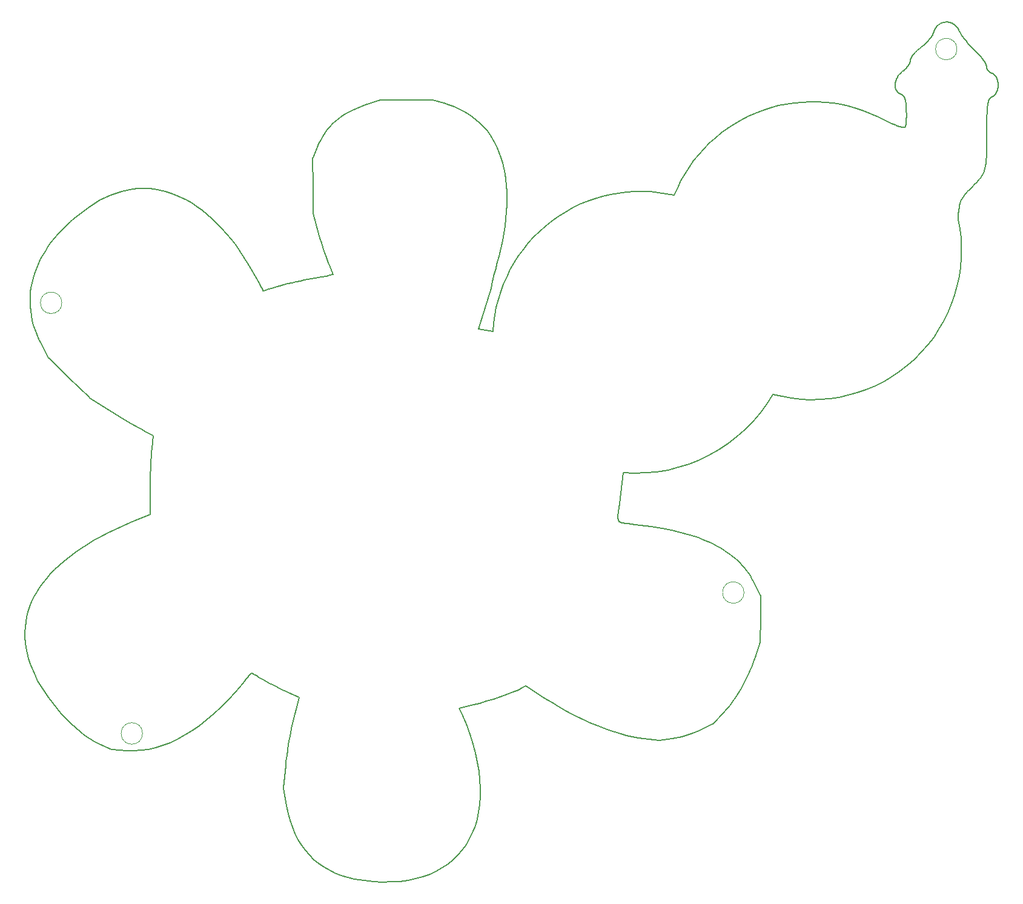
<source format=gbr>
%TF.GenerationSoftware,KiCad,Pcbnew,7.0.9*%
%TF.CreationDate,2024-01-30T18:45:20-06:00*%
%TF.ProjectId,bsidesPR,62736964-6573-4505-922e-6b696361645f,rev?*%
%TF.SameCoordinates,Original*%
%TF.FileFunction,Profile,NP*%
%FSLAX46Y46*%
G04 Gerber Fmt 4.6, Leading zero omitted, Abs format (unit mm)*
G04 Created by KiCad (PCBNEW 7.0.9) date 2024-01-30 18:45:20*
%MOMM*%
%LPD*%
G01*
G04 APERTURE LIST*
%TA.AperFunction,Profile*%
%ADD10C,0.100000*%
%TD*%
%TA.AperFunction,Profile*%
%ADD11C,0.155759*%
%TD*%
G04 APERTURE END LIST*
D10*
X95165972Y-133960101D02*
G75*
G03*
X95165972Y-133960101I-1500000J0D01*
G01*
X179239972Y-114275101D02*
G75*
G03*
X179239972Y-114275101I-1500000J0D01*
G01*
D11*
X213240659Y-41127442D02*
X213210972Y-41065040D01*
X213096018Y-53862562D02*
X213125779Y-53325761D01*
X82378904Y-65367438D02*
X81947623Y-65968958D01*
X168595551Y-97140598D02*
X170100609Y-96779472D01*
X116490183Y-147949598D02*
X116916099Y-148782801D01*
X128752341Y-154709595D02*
X129975620Y-154702796D01*
X118981620Y-53486722D02*
X118980021Y-53491041D01*
X118981778Y-57408961D02*
X118994260Y-61263602D01*
X201944578Y-47832960D02*
X201942099Y-48037681D01*
X112030179Y-72097120D02*
X112023942Y-72098157D01*
X83870984Y-63614319D02*
X83340824Y-64189600D01*
X112509861Y-71982398D02*
X112378818Y-72017200D01*
X135703061Y-45428162D02*
X135696659Y-45427280D01*
X204349778Y-37790082D02*
X204276499Y-37850400D01*
X161862009Y-104391840D02*
X161828977Y-104368079D01*
X162337290Y-97490320D02*
X163927038Y-97572615D01*
X118994980Y-61282560D02*
X118995621Y-61288801D01*
X213156089Y-40855442D02*
X213155210Y-40827680D01*
X178324411Y-109794880D02*
X177965134Y-109474799D01*
X171587693Y-134101600D02*
X172067698Y-133927674D01*
X87805225Y-87074720D02*
X90941144Y-89045038D01*
X112378818Y-72017200D02*
X112261539Y-72047040D01*
X213904575Y-41698881D02*
X213845859Y-41676160D01*
X146109940Y-59178080D02*
X146095383Y-58283600D01*
X202431540Y-40191282D02*
X202414499Y-40233362D01*
X214068735Y-41785441D02*
X214016099Y-41753681D01*
X147684183Y-127882484D02*
X148245780Y-127609119D01*
X146095383Y-58283600D02*
X146046903Y-57415922D01*
X81947623Y-65968958D02*
X81549704Y-66578156D01*
X143904978Y-71748957D02*
X143905863Y-71742957D01*
X138730423Y-46390800D02*
X138016422Y-46120002D01*
X174862095Y-132651356D02*
X174865537Y-132648719D01*
X174847776Y-132661194D02*
X174851450Y-132658875D01*
X163927038Y-97572615D02*
X165503505Y-97539923D01*
X96392664Y-95193195D02*
X96356104Y-95862720D01*
X112065860Y-72091761D02*
X112058902Y-72093037D01*
X202297214Y-40465522D02*
X202267539Y-40514960D01*
X209508335Y-36132883D02*
X209423301Y-35988082D01*
X209717930Y-36453123D02*
X209606894Y-36288402D01*
X178608091Y-128117762D02*
X178888254Y-127641993D01*
X161694333Y-104193757D02*
X161679209Y-104155115D01*
X173391379Y-106824476D02*
X172835618Y-106613996D01*
X201446897Y-44769761D02*
X201464255Y-44785361D01*
X140679703Y-47398960D02*
X140062180Y-47030640D01*
X160552049Y-58658631D02*
X159463154Y-58917413D01*
X214595859Y-44239200D02*
X214618979Y-44180002D01*
X161750412Y-104290320D02*
X161729929Y-104261201D01*
X79397626Y-116260804D02*
X79168825Y-116954236D01*
X172975449Y-133543519D02*
X174828574Y-132671595D01*
X150651120Y-63811426D02*
X149847605Y-64607677D01*
X202007859Y-40869282D02*
X201964658Y-40919922D01*
X90897944Y-136228882D02*
X90902103Y-136229517D01*
X145670902Y-64044001D02*
X145827060Y-63019202D01*
X200393699Y-42983680D02*
X200371372Y-43102241D01*
X213152097Y-52010242D02*
X213155210Y-50299601D01*
X212628660Y-39746482D02*
X212506492Y-39585200D01*
X145480503Y-65094239D02*
X145670902Y-64044001D01*
X174881772Y-132634156D02*
X174884812Y-132630958D01*
X144237381Y-129169202D02*
X145203141Y-128844642D01*
X177588096Y-109164796D02*
X177193210Y-108864796D01*
X108170340Y-128144874D02*
X109159861Y-126974720D01*
X201785215Y-45447840D02*
X201806015Y-45537281D01*
X118971140Y-53526642D02*
X118970499Y-53531202D01*
X146566635Y-69139889D02*
X146066086Y-70140945D01*
X145620193Y-71168345D02*
X145230147Y-72219865D01*
X207797458Y-34569362D02*
X207728501Y-34562083D01*
X128419138Y-45450962D02*
X128411863Y-45452003D01*
X121116263Y-68184321D02*
X121264579Y-68549598D01*
X181534812Y-114623121D02*
X180559775Y-112721516D01*
X90910343Y-136230640D02*
X90914502Y-136230958D01*
X110402024Y-125523194D02*
X110407859Y-125526075D01*
X161773374Y-104317359D02*
X161750412Y-104290320D01*
X83340824Y-64189600D02*
X82843384Y-64774158D01*
X213391135Y-45742240D02*
X213419370Y-45633121D01*
X119122184Y-151582081D02*
X119795218Y-152144080D01*
X141456742Y-129971595D02*
X142326182Y-129745753D01*
X90906183Y-136230152D02*
X90910343Y-136230640D01*
X209819370Y-59054960D02*
X209906260Y-58932001D01*
X182395447Y-87904219D02*
X183233628Y-86550880D01*
X151500967Y-63057099D02*
X150651120Y-63811426D01*
X82069224Y-81540320D02*
X84922345Y-84295038D01*
X209669614Y-59300001D02*
X209740574Y-59177201D01*
X161679209Y-104155115D02*
X161665940Y-104113038D01*
X119815622Y-51524241D02*
X119569224Y-52079282D01*
X117393064Y-149563514D02*
X117920261Y-150290955D01*
X162032895Y-104477039D02*
X161984092Y-104457117D01*
X161799460Y-104343281D02*
X161773374Y-104317359D01*
X213648411Y-45149360D02*
X213666099Y-45130640D01*
X161631052Y-103906159D02*
X161626975Y-103844080D01*
X102041703Y-59867921D02*
X101309543Y-59444242D01*
X213410813Y-41370881D02*
X213361374Y-41312241D01*
X78888265Y-122018714D02*
X79038665Y-122768397D01*
X205947129Y-35514643D02*
X205910972Y-35583523D01*
X112002659Y-72062720D02*
X111998661Y-72055836D01*
X202731455Y-39328962D02*
X202692014Y-39388401D01*
X110308902Y-125613599D02*
X110367618Y-125549756D01*
X201578574Y-41304081D02*
X201526572Y-41347761D01*
X90266904Y-105966797D02*
X89271543Y-106485279D01*
X161711216Y-104229035D02*
X161694333Y-104193757D01*
X143932261Y-71566480D02*
X143955460Y-71441761D01*
X104891703Y-62034080D02*
X104192344Y-61422480D01*
X169667051Y-134623035D02*
X170132419Y-134523438D01*
X121281620Y-153096314D02*
X122093302Y-153484803D01*
X188554715Y-87311189D02*
X189884793Y-87285155D01*
X201825376Y-45632081D02*
X201843210Y-45732322D01*
X200928257Y-41924000D02*
X200839939Y-42037681D01*
X214760654Y-43281922D02*
X214758176Y-43215842D01*
X87797303Y-87069440D02*
X87801224Y-87072156D01*
X204276499Y-37850400D02*
X204202890Y-37908961D01*
X82034903Y-81493519D02*
X82036585Y-81496717D01*
D10*
X83888372Y-73787501D02*
G75*
G03*
X83888372Y-73787501I-1500000J0D01*
G01*
D11*
X79721546Y-71012159D02*
X79600185Y-71663038D01*
X80527866Y-126604554D02*
X80979224Y-127390076D01*
X214659861Y-44058723D02*
X214677695Y-43996720D01*
X107583939Y-64937916D02*
X106928019Y-64144001D01*
X169123301Y-105556721D02*
X167741611Y-105281995D01*
X140408500Y-132689918D02*
X139820743Y-131282557D01*
X202592014Y-39563602D02*
X202565452Y-39621122D01*
X96239545Y-103352875D02*
X93512983Y-104484077D01*
X202469370Y-40077521D02*
X202458970Y-40113203D01*
X201344492Y-49246961D02*
X201285776Y-49237202D01*
X207521055Y-34555843D02*
X207452097Y-34558962D01*
X214720652Y-43806641D02*
X214731540Y-43742161D01*
X109877781Y-126108802D02*
X110073862Y-125879444D01*
X211764890Y-38745841D02*
X211596091Y-38579041D01*
X82054664Y-81524079D02*
X82056904Y-81526881D01*
X200842258Y-49118802D02*
X200753049Y-49088560D01*
X208813132Y-35035442D02*
X208757859Y-34987043D01*
X213143454Y-52711921D02*
X213152097Y-52010242D01*
X201864975Y-48926642D02*
X201851938Y-48973441D01*
X200505857Y-42625602D02*
X200460972Y-42745042D01*
X201715049Y-49207441D02*
X201705381Y-49214002D01*
X214168100Y-41857041D02*
X214119455Y-41819922D01*
X181542649Y-117954395D02*
X181542649Y-117952796D01*
X204637131Y-37532963D02*
X204494809Y-37664323D01*
X135677140Y-45425922D02*
X135670664Y-45425922D01*
X207314499Y-34572883D02*
X207178171Y-34597123D01*
X214720652Y-42889362D02*
X214708091Y-42825361D01*
X209573073Y-64784457D02*
X209419072Y-63442648D01*
X121344101Y-49165201D02*
X120995218Y-49584800D01*
X149847605Y-64607677D02*
X149091612Y-65443625D01*
X110619059Y-125638795D02*
X110725699Y-125697681D01*
X86459623Y-133710401D02*
X87136103Y-134228235D01*
X161729929Y-104261201D02*
X161711216Y-104229035D01*
X140062180Y-47030640D02*
X139412339Y-46694480D01*
X203324180Y-38636002D02*
X203197056Y-38764881D01*
X145948978Y-62019922D02*
X146036741Y-61046482D01*
X102766663Y-60339042D02*
X102041703Y-59867921D01*
X182962422Y-46528433D02*
X181896140Y-46872599D01*
X143897623Y-71778156D02*
X143899540Y-71772401D01*
X86548023Y-108110639D02*
X85728263Y-108675117D01*
X165228574Y-134688795D02*
X167328574Y-134965357D01*
X208642978Y-34897922D02*
X208583457Y-34857203D01*
X213845859Y-41676160D02*
X213811216Y-41662961D01*
X213131370Y-40650001D02*
X213123130Y-40620161D01*
X205713376Y-36115203D02*
X205688169Y-36171682D01*
X201316172Y-44684162D02*
X201335849Y-44694001D01*
X214342649Y-44667280D02*
X214381211Y-44619202D01*
X80297385Y-69080958D02*
X80070345Y-69720557D01*
X138589463Y-151620716D02*
X139259702Y-150969593D01*
X213666099Y-45130640D02*
X213684177Y-45113441D01*
X205424900Y-36621602D02*
X205376169Y-36691202D01*
X164439939Y-134569434D02*
X165228574Y-134688795D01*
X85112745Y-132525440D02*
X85783545Y-133140955D01*
X181548655Y-114658802D02*
X181547129Y-114653516D01*
X111955143Y-71979035D02*
X111910019Y-71898157D01*
X201028733Y-44557200D02*
X201082419Y-44585602D01*
X90885785Y-136226319D02*
X90889783Y-136227283D01*
X212885849Y-40127521D02*
X212840256Y-40054243D01*
X172835618Y-106613996D02*
X172261850Y-106413355D01*
X135722184Y-45432322D02*
X135715860Y-45430720D01*
X115312980Y-144109119D02*
X115312980Y-144110633D01*
X209606015Y-59424482D02*
X209669614Y-59300001D01*
X113374259Y-127187684D02*
X113838743Y-127428553D01*
X78731145Y-120537440D02*
X78785865Y-121274964D01*
X163638889Y-134417994D02*
X164439939Y-134569434D01*
X94513703Y-57839841D02*
X93749863Y-57913602D01*
X143903940Y-71754877D02*
X143904978Y-71748957D01*
X110375858Y-125540955D02*
X110382419Y-125533997D01*
X94658503Y-91289838D02*
X95097944Y-91537995D01*
X178023374Y-129024561D02*
X178319773Y-128578797D01*
X124511783Y-46850562D02*
X123973942Y-47121360D01*
X162273850Y-104548560D02*
X162206492Y-104531837D01*
X201762974Y-45363682D02*
X201785215Y-45447840D01*
X115243223Y-137780714D02*
X115169224Y-138465284D01*
X87725943Y-60387360D02*
X87004422Y-60895762D01*
X212506492Y-39585200D02*
X212374570Y-39420240D01*
X205845932Y-35728243D02*
X205817136Y-35803922D01*
X82010825Y-128949756D02*
X82581223Y-129712952D01*
X78785865Y-121274964D02*
X78888265Y-122018714D01*
X128441141Y-45449601D02*
X128433780Y-45449760D01*
X167741611Y-105281995D02*
X166287693Y-105045917D01*
X207757649Y-75142165D02*
X208269401Y-73920906D01*
X201449057Y-49258481D02*
X201398899Y-49254001D01*
X201942978Y-47043760D02*
X201945774Y-47376160D01*
X162764611Y-58319596D02*
X161653358Y-58459186D01*
X114873459Y-141611121D02*
X114874338Y-141617115D01*
X112052659Y-72094001D02*
X112046903Y-72094800D01*
X209619760Y-67460350D02*
X209639560Y-66125006D01*
X128433780Y-45449760D02*
X128426420Y-45450242D01*
X213158896Y-40883921D02*
X213156089Y-40855442D01*
X201649131Y-49240000D02*
X201635776Y-49244001D01*
X104137064Y-132075196D02*
X105154422Y-131206641D01*
X213050974Y-54333280D02*
X213075620Y-54105521D01*
X143905863Y-71742957D02*
X143906583Y-71736957D01*
X214016013Y-44942402D02*
X214068735Y-44910642D01*
X162424021Y-104579999D02*
X162346335Y-104564637D01*
X82056904Y-81526881D02*
X82059305Y-81529676D01*
X211422410Y-38415201D02*
X211252500Y-38254560D01*
X82038343Y-81499915D02*
X82040183Y-81503040D01*
X209383933Y-60116160D02*
X209416892Y-59963602D01*
X87793464Y-87066639D02*
X87797303Y-87069440D01*
X82059305Y-81529676D02*
X82061704Y-81532398D01*
X161625620Y-103630158D02*
X161628891Y-103549195D01*
X179380384Y-91494631D02*
X180463565Y-90378849D01*
X91468265Y-58445521D02*
X90713624Y-58727442D01*
X93553223Y-90642560D02*
X94658503Y-91289838D01*
X82064185Y-81535120D02*
X82066663Y-81537757D01*
X79473226Y-74286561D02*
X79532105Y-74944398D01*
X112016898Y-72086317D02*
X112010019Y-72074958D01*
X213823459Y-45028242D02*
X213845859Y-45019922D01*
X80136106Y-77565760D02*
X80380265Y-78215595D01*
X204909214Y-37258002D02*
X204775535Y-37397123D01*
X118974662Y-53508640D02*
X118973618Y-53513120D01*
X211252500Y-38254560D02*
X211082016Y-38085602D01*
X137270664Y-45882322D02*
X135722184Y-45432322D01*
X128397458Y-45454880D02*
X128390342Y-45456800D01*
X141352024Y-135417518D02*
X140918583Y-134068799D01*
X214452500Y-44517683D02*
X214485056Y-44464561D01*
X202486814Y-39986481D02*
X202483298Y-40014002D01*
X163003049Y-104662159D02*
X162788889Y-104636158D01*
X82040183Y-81503040D02*
X82042023Y-81506159D01*
X201562180Y-44899360D02*
X201577451Y-44921921D01*
X109159861Y-126974720D02*
X109415378Y-126663038D01*
X145255863Y-66169599D02*
X145480503Y-65094239D01*
X195975277Y-46959930D02*
X194927079Y-46606805D01*
X201695212Y-49220161D02*
X201684653Y-49225761D01*
X201530735Y-44857361D02*
X201546579Y-44877842D01*
X175901609Y-108025037D02*
X175435373Y-107765119D01*
X92387784Y-104966077D02*
X91305704Y-105460401D01*
X96804105Y-57925040D02*
X96041623Y-57845920D01*
X148245780Y-127609119D02*
X148761380Y-127332557D01*
X90914502Y-136230958D02*
X92917624Y-136362232D01*
X207043613Y-34631522D02*
X206911619Y-34676003D01*
X213562729Y-45270640D02*
X213579697Y-45242402D01*
X121341141Y-69952717D02*
X121160502Y-69992237D01*
X205216013Y-36903443D02*
X205158335Y-36974563D01*
X82843384Y-64774158D02*
X82378904Y-65367438D01*
X211783689Y-56922562D02*
X211923374Y-56770640D01*
X214016099Y-41753681D02*
X213961374Y-41724802D01*
X79168825Y-116954236D02*
X78986905Y-117655921D01*
X181470340Y-89181127D02*
X182395447Y-87904219D01*
X142165781Y-144935840D02*
X142313700Y-143884315D01*
X214302012Y-41982560D02*
X214259372Y-41938480D01*
X141817142Y-48230961D02*
X141264744Y-47799201D01*
X170612571Y-134401844D02*
X171100181Y-134260474D01*
X154174900Y-130700721D02*
X155074259Y-131189442D01*
X214119455Y-44876081D02*
X214168100Y-44839042D01*
X192516633Y-86980692D02*
X193810372Y-86704245D01*
X214259372Y-41938480D02*
X214214731Y-41896561D01*
X82893705Y-111042158D02*
X82297065Y-111660236D01*
X200409458Y-43784562D02*
X200445371Y-43889600D01*
X181545456Y-114648316D02*
X181543613Y-114643201D01*
X81185544Y-67194477D02*
X80855304Y-67817438D01*
X122093302Y-153484803D02*
X122949540Y-153813672D01*
X202414499Y-40233362D02*
X202395298Y-40277122D01*
X163883340Y-58240375D02*
X162764611Y-58319596D01*
X88319864Y-107015516D02*
X87412024Y-107557355D01*
X80363706Y-114232398D02*
X79995226Y-114899512D01*
X201934495Y-46735361D02*
X201942978Y-47043760D01*
X193864488Y-46310669D02*
X192789848Y-46071724D01*
X202395298Y-40277122D02*
X202373935Y-40322401D01*
X141709623Y-136734559D02*
X141352024Y-135417518D01*
X81239304Y-112926716D02*
X80778585Y-113574720D01*
X213275852Y-41189841D02*
X213240659Y-41127442D01*
X97564664Y-58054401D02*
X96804105Y-57925040D01*
X79532105Y-74944398D02*
X79627625Y-75601917D01*
X214740732Y-43677122D02*
X214748252Y-43611762D01*
X202078121Y-82542943D02*
X203098459Y-81642341D01*
X80559145Y-68446400D02*
X80297385Y-69080958D01*
X79778585Y-125049756D02*
X80126026Y-125822559D01*
X85728263Y-108675117D02*
X84952744Y-109250721D01*
X96260584Y-98994398D02*
X96253623Y-99777839D01*
X162826096Y-134234559D02*
X163638889Y-134417994D01*
X167334812Y-134966077D02*
X167341050Y-134966639D01*
X198019127Y-47836332D02*
X197006741Y-47369841D01*
X90869785Y-136221680D02*
X90873703Y-136222962D01*
X179583860Y-111176636D02*
X179295615Y-110815919D01*
X141313779Y-147819276D02*
X141664902Y-146904883D01*
X143277219Y-49712800D02*
X142823539Y-49188080D01*
X81549704Y-66578156D02*
X81185544Y-67194477D01*
X213630979Y-45169840D02*
X213648411Y-45149360D01*
X214595859Y-42456882D02*
X214570969Y-42398722D01*
X177887822Y-48789707D02*
X176964978Y-49393985D01*
X201138010Y-44612000D02*
X201195615Y-44636481D01*
X135696659Y-45427280D02*
X135690183Y-45426560D01*
X205659690Y-36230483D02*
X205627939Y-36291523D01*
X144703458Y-68394800D02*
X144996824Y-67269837D01*
X162507139Y-104594800D02*
X162424021Y-104579999D01*
X148761380Y-127332557D02*
X151445780Y-129060718D01*
X214740732Y-43018882D02*
X214731540Y-42953922D01*
X201494809Y-49260322D02*
X201449057Y-49258481D01*
X169502659Y-58767921D02*
X168383604Y-58537536D01*
X211475058Y-57245200D02*
X211783689Y-56922562D01*
X211596091Y-38579041D02*
X211422410Y-38415201D01*
X201374180Y-44716001D02*
X201392820Y-44728162D01*
X208866819Y-35086402D02*
X208813132Y-35035442D01*
X161644895Y-104017597D02*
X161637058Y-103963917D01*
X116613700Y-70848798D02*
X116018821Y-70987037D01*
X87004422Y-60895762D02*
X86314185Y-61416642D01*
X174858652Y-132653992D02*
X174862095Y-132651356D01*
X210001853Y-58807282D02*
X210106418Y-58679441D01*
X146124820Y-128513282D02*
X146964579Y-128188160D01*
X202458970Y-40113203D02*
X202446335Y-40151200D01*
X202350498Y-40369041D02*
X202324900Y-40416801D01*
X181554819Y-114696473D02*
X181554416Y-114691041D01*
X181553855Y-114685596D02*
X181553135Y-114680152D01*
X204945946Y-79659515D02*
X205761121Y-78593222D01*
X135670664Y-45425922D02*
X135670823Y-45426160D01*
X96275223Y-98188636D02*
X96260584Y-98994398D01*
X114872263Y-141599036D02*
X114872818Y-141605115D01*
X213125779Y-53325761D02*
X213143454Y-52711921D01*
X161624656Y-103777436D02*
X161624253Y-103706238D01*
X161624253Y-103706238D02*
X161625620Y-103630158D01*
X213123130Y-40620161D02*
X213113694Y-40590082D01*
X198743861Y-84793483D02*
X199896810Y-84119505D01*
X209054907Y-71395699D02*
X209326206Y-70099642D01*
X144757859Y-52111680D02*
X144438102Y-51467600D01*
X118994260Y-61269922D02*
X118994498Y-61276240D01*
X205271616Y-36832323D02*
X205216013Y-36903443D01*
X84952744Y-109250721D02*
X84221705Y-109837195D01*
X180107212Y-111928559D02*
X179854331Y-111547516D01*
X212967612Y-40269041D02*
X212928330Y-40199122D01*
X114874338Y-141617115D02*
X114875461Y-141623121D01*
X82052344Y-81521198D02*
X82054664Y-81524079D01*
X214640329Y-42576240D02*
X214618979Y-42516001D01*
X200927451Y-44494880D02*
X200977134Y-44526960D01*
X167061429Y-97395000D02*
X168595551Y-97140598D01*
X201661619Y-49235602D02*
X201649131Y-49240000D01*
X120946903Y-67732319D02*
X121116263Y-68184321D01*
X191705502Y-45890174D02*
X190613791Y-45766224D01*
X212902097Y-55119922D02*
X212947617Y-54939200D01*
X209353135Y-35855602D02*
X209298972Y-35737043D01*
X206422019Y-34952883D02*
X206312656Y-35046403D01*
X202508091Y-39792161D02*
X202497056Y-39848881D01*
X114877298Y-71278156D02*
X114365464Y-71422480D01*
X145848020Y-55761680D02*
X145697703Y-54975681D01*
X208070176Y-34624082D02*
X208002659Y-34606562D01*
X162144016Y-104514399D02*
X162086179Y-104496155D01*
X202373935Y-40322401D02*
X202350498Y-40369041D01*
X202818735Y-39208240D02*
X202773777Y-39268961D01*
X200671860Y-44268000D02*
X200709372Y-44309681D01*
X202490256Y-39905521D02*
X202488010Y-39962083D01*
X90858103Y-136217200D02*
X90861945Y-136218799D01*
X200834177Y-44425602D02*
X200879856Y-44461121D01*
X214259372Y-44757520D02*
X214302012Y-44713441D01*
X96477063Y-94148157D02*
X96475464Y-94148157D01*
X125080979Y-46597202D02*
X124511783Y-46850562D01*
X206657773Y-34794802D02*
X206537290Y-34869042D01*
X167328574Y-134965357D02*
X167334812Y-134966077D01*
X212987375Y-54748722D02*
X213021616Y-54547202D01*
X128426420Y-45450242D02*
X128419138Y-45450962D01*
X110395780Y-125520081D02*
X110402024Y-125523194D01*
X204202890Y-37908961D02*
X204129050Y-37965522D01*
X212574338Y-55910081D02*
X212654172Y-55763282D01*
X201573691Y-49256641D02*
X201536411Y-49259681D01*
X206026340Y-35383602D02*
X205985618Y-35448003D01*
X149091612Y-65443625D02*
X148384329Y-66317046D01*
X173002496Y-95748062D02*
X174388804Y-95083286D01*
X110382419Y-125533997D02*
X110395780Y-125520081D01*
X174868979Y-132645923D02*
X174872251Y-132643116D01*
X145230147Y-72219865D02*
X144897135Y-73293279D01*
X82044025Y-81509278D02*
X82046024Y-81512318D01*
X151445780Y-129060718D02*
X152360019Y-129636072D01*
X79600185Y-71663038D02*
X79514505Y-72316559D01*
X203197056Y-38764881D02*
X203078013Y-38893601D01*
X169223850Y-134698157D02*
X169667051Y-134623035D01*
X147120651Y-68167404D02*
X146566635Y-69139889D01*
X121819224Y-69838636D02*
X121341141Y-69952717D01*
X214544260Y-42341761D02*
X214515696Y-42286002D01*
X92987143Y-58038880D02*
X92226343Y-58216080D01*
X115452024Y-136251124D02*
X115338822Y-137034803D01*
X213187131Y-41003202D02*
X213177610Y-40972721D01*
X114872019Y-141592957D02*
X114872263Y-141599036D01*
X213138498Y-40679761D02*
X213131370Y-40650001D01*
X202542490Y-39678400D02*
X202523301Y-39735361D01*
X214693772Y-42762000D02*
X214677695Y-42699280D01*
X189517060Y-45700076D02*
X188417650Y-45691933D01*
X90902103Y-136229517D02*
X90906183Y-136230152D01*
X200351853Y-48935761D02*
X200123850Y-48841440D01*
X201838010Y-49015922D02*
X201830735Y-49035602D01*
X146036741Y-61046482D02*
X146090342Y-60099122D01*
X214761460Y-43348002D02*
X214760654Y-43281922D01*
X143899540Y-71772401D02*
X143901139Y-71766639D01*
X202967698Y-39021442D02*
X202866099Y-39146802D01*
X118994498Y-61276240D02*
X118994980Y-61282560D01*
X80979224Y-127390076D02*
X81475144Y-128173682D01*
X158605210Y-132847755D02*
X159468418Y-133186878D01*
X212287290Y-56337040D02*
X212391135Y-56195682D01*
X200445371Y-43889600D02*
X200489609Y-43990961D01*
X201739536Y-45284962D02*
X201762974Y-45363682D01*
X110445780Y-125545032D02*
X110525382Y-125587684D01*
X115715702Y-134665198D02*
X115578983Y-135453443D01*
X204775535Y-37397123D02*
X204637131Y-37532963D01*
X142336661Y-140480079D02*
X142201059Y-139267432D01*
X202235776Y-40564881D02*
X202202012Y-40615201D01*
X110367618Y-125549756D02*
X110375858Y-125540955D01*
D10*
X209018000Y-38330000D02*
G75*
G03*
X209018000Y-38330000I-1500000J0D01*
G01*
D11*
X174875449Y-132640162D02*
X174878660Y-132637195D01*
X162595701Y-104609040D02*
X162507139Y-104594800D01*
X111417380Y-126089283D02*
X111750101Y-126281275D01*
X196333433Y-85907876D02*
X197554732Y-85389937D01*
X118969700Y-53540400D02*
X118969382Y-53545042D01*
X205037131Y-37116802D02*
X204909214Y-37258002D01*
X199010093Y-48359202D02*
X198019127Y-47836332D01*
X210106418Y-58679441D02*
X210220420Y-58547440D01*
X162206492Y-104531837D02*
X162144016Y-104514399D01*
X110160898Y-125779517D02*
X110239621Y-125690552D01*
X117052024Y-128896558D02*
X116953623Y-129301197D01*
X120896103Y-70045435D02*
X120168583Y-70182715D01*
X214693772Y-43934080D02*
X214708091Y-43870640D01*
X179159775Y-127152076D02*
X179422410Y-126648560D01*
X174832493Y-132669764D02*
X174836411Y-132667762D01*
X148384329Y-66317046D02*
X147726945Y-67225714D01*
X118969224Y-53554243D02*
X118981778Y-57408961D01*
X144897135Y-73293279D02*
X144622347Y-74386360D01*
X214618979Y-44180002D02*
X214640329Y-44119761D01*
X213613779Y-45192081D02*
X213630979Y-45169840D01*
X177193210Y-108864796D02*
X176780491Y-108574879D01*
X213191135Y-47743040D02*
X213212974Y-47259760D01*
X213961374Y-44971281D02*
X214016013Y-44942402D01*
X105581223Y-62691761D02*
X104891703Y-62034080D01*
X204057983Y-80677203D02*
X204945946Y-79659515D01*
X190613791Y-45766224D02*
X189517060Y-45700076D01*
X125682578Y-46360242D02*
X125080979Y-46597202D01*
X214168100Y-44839042D02*
X214214731Y-44799442D01*
X172261850Y-106413355D02*
X171670176Y-106222480D01*
X118980021Y-53491041D02*
X118978501Y-53495362D01*
X208701133Y-34941202D02*
X208642978Y-34897922D01*
X209299534Y-60837122D02*
X209332895Y-60452241D01*
X94927784Y-136323756D02*
X95942344Y-136178004D01*
X201526572Y-41347761D02*
X201473935Y-41390241D01*
X143955460Y-71441761D02*
X143984983Y-71293677D01*
X152360019Y-129636072D02*
X153269944Y-130182874D01*
X201750498Y-49174961D02*
X201741941Y-49184080D01*
X201920090Y-40970161D02*
X201874253Y-41020081D01*
X214417856Y-42126801D02*
X214381296Y-42076881D01*
X211082016Y-38085602D02*
X210912180Y-37909922D01*
X113838743Y-127428553D02*
X114300901Y-127661524D01*
X201775449Y-49143360D02*
X201767136Y-49154642D01*
X207178171Y-34597123D02*
X207043613Y-34631522D01*
X201473935Y-41390241D02*
X201351133Y-41491361D01*
X142392020Y-142790076D02*
X142400022Y-141654798D01*
X205985618Y-35448003D02*
X205947129Y-35514643D01*
X110725699Y-125697681D02*
X110844181Y-125763758D01*
X167359861Y-134966956D02*
X167366099Y-134966639D01*
X90873703Y-136222962D02*
X90877704Y-136224158D01*
X208702230Y-72670768D02*
X209054907Y-71395699D01*
X201823301Y-49054160D02*
X201815610Y-49071680D01*
X201807859Y-49088080D02*
X201799936Y-49103522D01*
X145513620Y-54217362D02*
X145295621Y-53486960D01*
X172067698Y-133927674D02*
X172532737Y-133740797D01*
X213275132Y-46459760D02*
X213316172Y-46137040D01*
X213709617Y-41614002D02*
X213676731Y-41594721D01*
X91305704Y-105460401D02*
X90266904Y-105966797D01*
X213163620Y-48890641D02*
X213191135Y-47743040D01*
X200927134Y-49146000D02*
X200842258Y-49118802D01*
X88470823Y-135086964D02*
X89119224Y-135416883D01*
X212233616Y-39252720D02*
X212084495Y-39083762D01*
X118983298Y-53482401D02*
X118981620Y-53486722D01*
X200350254Y-43336561D02*
X200352256Y-43451761D01*
X201964658Y-40919922D02*
X201920090Y-40970161D01*
X135715860Y-45430720D02*
X135709543Y-45429362D01*
X144438102Y-51467600D02*
X144084580Y-50852802D01*
X213240818Y-46833042D02*
X213275132Y-46459760D01*
X201083616Y-49191202D02*
X201007529Y-49170081D01*
X214068735Y-44910642D02*
X214119455Y-44876081D01*
X200561374Y-49018320D02*
X200351853Y-48935761D01*
X153269944Y-130182874D02*
X154174900Y-130700721D01*
X162086179Y-104496155D02*
X162032895Y-104477039D01*
X210912180Y-37909922D02*
X210744175Y-37729120D01*
X201874253Y-41020081D02*
X201827378Y-41069440D01*
X133339542Y-154262000D02*
X134355143Y-153979835D01*
X161637058Y-103963917D02*
X161631052Y-103906159D01*
X142313700Y-143884315D02*
X142392020Y-142790076D01*
X111994260Y-72048157D02*
X111955143Y-71979035D01*
X200123850Y-48841440D02*
X199876731Y-48735682D01*
X114875461Y-141623121D02*
X115312980Y-144109119D01*
X80778585Y-113574720D02*
X80363706Y-114232398D01*
X117201542Y-70720960D02*
X116613700Y-70848798D01*
X209419072Y-63442648D02*
X209176328Y-62103525D01*
X193810372Y-86704245D02*
X195083976Y-86346309D01*
X175226246Y-50741147D02*
X174413752Y-51480773D01*
X114872818Y-141605115D02*
X114873459Y-141611121D01*
X213776975Y-41648160D02*
X213743052Y-41631840D01*
X199896810Y-84119505D02*
X201009567Y-83368995D01*
X206502281Y-77482269D02*
X207168200Y-76330601D01*
X201906333Y-48696162D02*
X201887937Y-48819922D01*
X207728501Y-34562083D02*
X207659372Y-34557442D01*
X118969382Y-53545042D02*
X118969303Y-53549601D01*
X170432737Y-105870161D02*
X169123301Y-105556721D01*
X118995621Y-61288801D02*
X118996579Y-61295121D01*
X165007073Y-58222043D02*
X163883340Y-58240375D01*
X96672345Y-92362238D02*
X96477063Y-94148157D01*
X180849913Y-47273618D02*
X179831986Y-47727895D01*
X155074259Y-131189442D02*
X155967618Y-131648719D01*
X209332895Y-60452241D02*
X209383933Y-60116160D01*
X122987864Y-47718882D02*
X122537540Y-48047602D01*
X167366099Y-134966639D02*
X167372336Y-134966077D01*
X161167453Y-133773035D02*
X162002097Y-134019520D01*
X79450826Y-73628956D02*
X79473226Y-74286561D01*
X204422580Y-37728000D02*
X204349778Y-37790082D01*
X207934580Y-34591602D02*
X207866172Y-34579203D01*
X205158335Y-36974563D02*
X205037131Y-37116802D01*
X201514573Y-44837842D02*
X201530735Y-44857361D01*
X208203537Y-34666962D02*
X208137217Y-34644242D01*
X168383604Y-58537536D02*
X167259675Y-58370106D01*
X145697703Y-54975681D02*
X145513620Y-54217362D01*
X204055210Y-38019922D02*
X203898569Y-38136561D01*
X114747062Y-127879359D02*
X115163462Y-128075196D01*
X120762180Y-67210956D02*
X120946903Y-67732319D01*
X137068979Y-152748072D02*
X137858823Y-152214075D01*
X206312656Y-35046403D02*
X206209775Y-35149442D01*
X96432743Y-94614161D02*
X96392664Y-95193195D01*
X213155210Y-50299601D02*
X213163620Y-48890641D01*
X212791697Y-39979362D02*
X212740171Y-39903040D01*
X201733298Y-49192481D02*
X201724338Y-49200242D01*
X201592417Y-44945600D02*
X201607139Y-44970402D01*
X163496494Y-104714796D02*
X163003049Y-104662159D01*
X143906583Y-71736957D02*
X143915860Y-71665595D01*
X206209775Y-35149442D02*
X206160972Y-35204482D01*
X212726658Y-55612083D02*
X212791855Y-55455363D01*
X79483625Y-124284241D02*
X79778585Y-125049756D01*
X200356736Y-43219922D02*
X200350254Y-43336561D01*
X176077220Y-50045008D02*
X175226246Y-50741147D01*
X200558091Y-42506400D02*
X200505857Y-42625602D01*
X116953623Y-129301197D02*
X116145780Y-132593433D01*
X201730491Y-41166001D02*
X201680649Y-41213041D01*
X180559775Y-112721516D02*
X180342331Y-112319916D01*
X118994260Y-61263602D02*
X118994260Y-61269922D01*
X208969211Y-35196082D02*
X208918894Y-35140003D01*
X82046024Y-81512318D02*
X82048105Y-81515357D01*
X178319773Y-128578797D02*
X178608091Y-128117762D01*
X161665940Y-104113038D02*
X161654490Y-104067200D01*
X121264579Y-68549598D02*
X121819224Y-69838636D01*
X174865537Y-132648719D02*
X174868979Y-132645923D01*
X90854264Y-136215516D02*
X90858103Y-136217200D01*
X154291339Y-61083294D02*
X153328797Y-61687248D01*
X159463154Y-58917413D02*
X158389144Y-59235015D01*
X145964420Y-56575120D02*
X145848020Y-55761680D01*
X200617698Y-42387681D02*
X200558091Y-42506400D01*
X93512983Y-104484077D02*
X92387784Y-104966077D01*
X214485056Y-44464561D02*
X214515696Y-44410081D01*
X208757859Y-34987043D02*
X208701133Y-34941202D01*
X181554416Y-114691041D02*
X181553855Y-114685596D01*
X90713624Y-58727442D02*
X89963303Y-59062321D01*
X161634018Y-103463038D02*
X161641050Y-103371516D01*
X174413752Y-51480773D02*
X173641434Y-52262258D01*
X79627625Y-75601917D02*
X79760026Y-76258320D01*
X200977134Y-44526960D02*
X201028733Y-44557200D01*
X200636338Y-44224961D02*
X200671860Y-44268000D01*
X80981705Y-79504395D02*
X82034903Y-81493519D01*
X210344260Y-58410081D02*
X210478330Y-58266160D01*
X208583457Y-34857203D02*
X208522739Y-34819042D01*
X201398899Y-49254001D02*
X201344492Y-49246961D01*
X201606736Y-49251121D02*
X201573691Y-49256641D01*
X200758652Y-42153123D02*
X200684580Y-42269840D01*
X202446335Y-40151200D02*
X202431540Y-40191282D01*
X162002097Y-134019520D02*
X162826096Y-134234559D01*
X122537540Y-48047602D02*
X122114182Y-48397602D01*
X213144419Y-40709360D02*
X213138498Y-40679761D01*
X207168200Y-76330601D02*
X207757649Y-75142165D01*
X178989609Y-110465436D02*
X178665854Y-110125117D01*
X205325058Y-36761523D02*
X205271616Y-36832323D01*
X82042023Y-81506159D02*
X82044025Y-81509278D01*
X118971860Y-53522162D02*
X118971140Y-53526642D01*
X171100181Y-134260474D02*
X171587693Y-134101600D01*
X181555137Y-114707520D02*
X181555051Y-114702003D01*
X214214731Y-41896561D02*
X214168100Y-41857041D01*
X161685056Y-102954395D02*
X161749534Y-102451917D01*
X209108896Y-35379763D02*
X209064255Y-35316003D01*
X178844057Y-48233800D02*
X177887822Y-48789707D01*
X166287693Y-105045917D02*
X164761374Y-104848157D01*
X202497056Y-39848881D02*
X202490256Y-39905521D01*
X82061704Y-81532398D02*
X82064185Y-81535120D01*
X201920420Y-48555842D02*
X201906333Y-48696162D01*
X201937693Y-48226560D02*
X201930649Y-48399280D01*
X201411216Y-44741120D02*
X201429209Y-44754960D01*
X144275699Y-70034559D02*
X144406980Y-69514319D01*
X185126778Y-46017577D02*
X184040082Y-46243493D01*
X209176340Y-62103522D02*
X209217295Y-61410322D01*
X114365464Y-71422480D02*
X113916099Y-71560480D01*
X201887937Y-48819922D02*
X201877060Y-48875440D01*
X214515696Y-44410081D02*
X214544260Y-44354243D01*
X177407773Y-129868238D02*
X177719297Y-129454554D01*
X214342649Y-42028721D02*
X214302012Y-41982560D01*
X201680649Y-41213041D02*
X201629929Y-41259122D01*
X206114097Y-35261843D02*
X206069211Y-35321602D01*
X212740171Y-39903040D02*
X212685776Y-39825361D01*
X157733616Y-132478162D02*
X158605210Y-132847755D01*
X118973618Y-53513120D02*
X118972660Y-53517600D01*
X80662105Y-78862000D02*
X80981705Y-79504395D01*
X174828574Y-132671595D02*
X174832493Y-132669764D01*
X120669059Y-50029520D02*
X120364420Y-50500400D01*
X143902659Y-71760798D02*
X143903940Y-71754877D01*
X177965134Y-109474799D02*
X177588096Y-109164796D01*
X200371372Y-43102241D02*
X200356736Y-43219922D01*
X90893863Y-136228162D02*
X90897944Y-136228882D01*
X111233298Y-70627839D02*
X110662504Y-69570960D01*
X98322345Y-58233842D02*
X97564664Y-58054401D01*
X135683701Y-45426160D02*
X135677140Y-45425922D01*
X213316257Y-41251682D02*
X213275852Y-41189841D01*
X85783545Y-133140955D02*
X86459623Y-133710401D01*
X139820743Y-131282557D02*
X139455143Y-130454395D01*
X201874656Y-45949280D02*
X201900339Y-46188480D01*
X112058902Y-72093037D02*
X112052659Y-72094001D01*
X90861945Y-136218799D02*
X90865864Y-136220240D01*
X214214731Y-44799442D02*
X214259372Y-44757520D01*
X200709372Y-44309681D02*
X200748972Y-44349842D01*
X184040082Y-46243493D02*
X182962422Y-46528433D01*
X181555051Y-114702003D02*
X181554819Y-114696473D01*
X205627939Y-36291523D02*
X205593137Y-36354482D01*
X197006741Y-47369841D02*
X195975277Y-46959930D01*
X120173063Y-65404798D02*
X120567862Y-66637678D01*
X121160502Y-69992237D02*
X120896103Y-70045435D01*
X214485056Y-42231440D02*
X214452500Y-42178321D01*
X115338822Y-137034803D02*
X115243223Y-137780714D01*
X165503505Y-97539923D02*
X167061429Y-97395000D01*
X208334018Y-34720083D02*
X208269211Y-34692243D01*
X178665854Y-110125117D02*
X178324411Y-109794880D01*
X213361374Y-41312241D02*
X213316257Y-41251682D01*
X214515696Y-42286002D02*
X214485056Y-42231440D01*
X201351133Y-41491361D02*
X201235056Y-41595682D01*
X121716739Y-48769761D02*
X121344101Y-49165201D01*
X202090256Y-40767521D02*
X202049778Y-40818400D01*
X210478330Y-58266160D02*
X210778977Y-57953840D01*
X174388804Y-95083286D02*
X175725006Y-94322801D01*
X214708091Y-42825361D02*
X214693772Y-42762000D01*
X201799936Y-49103522D02*
X201791941Y-49117841D01*
X213419370Y-45633121D02*
X213449131Y-45534800D01*
X209191697Y-35515043D02*
X209151377Y-35446082D01*
X203458579Y-38507920D02*
X203324180Y-38636002D01*
X200460972Y-42745042D02*
X200423618Y-42864561D01*
X135709543Y-45429362D02*
X135703061Y-45428162D01*
X201285776Y-49237202D02*
X201222739Y-49224720D01*
X201791941Y-49117841D02*
X201783689Y-49131122D01*
X143895621Y-71783839D02*
X143897623Y-71778156D01*
X205514573Y-36485363D02*
X205471055Y-36552962D01*
X209549289Y-59551841D02*
X209606015Y-59424482D01*
X201296177Y-44675040D02*
X201316172Y-44684162D01*
X141264744Y-47799201D02*
X140679703Y-47398960D01*
X156295654Y-60044614D02*
X155281115Y-60535578D01*
X174836411Y-132667762D02*
X174840256Y-132665674D01*
X181541611Y-114638074D02*
X181539536Y-114633033D01*
X181549936Y-114664075D02*
X181548655Y-114658802D01*
X118998978Y-61307520D02*
X119000498Y-61313602D01*
X176780491Y-108574879D02*
X176350010Y-108294959D01*
X205735056Y-36061283D02*
X205713376Y-36115203D01*
X103115543Y-132866480D02*
X104137064Y-132075196D01*
X123466343Y-47410480D02*
X122987864Y-47718882D01*
X82048105Y-81515357D02*
X82050184Y-81518317D01*
X201577451Y-44921921D02*
X201592417Y-44945600D01*
X161653358Y-58459186D02*
X160552049Y-58658631D01*
X187220547Y-87251770D02*
X188554715Y-87311189D01*
X201673459Y-49230881D02*
X201661619Y-49235602D01*
X102090983Y-133579761D02*
X103115543Y-132866480D01*
X115536423Y-128240320D02*
X117052024Y-128896558D01*
X161641050Y-103371516D02*
X161660093Y-103173200D01*
X201429209Y-44754960D02*
X201446897Y-44769761D01*
X141992344Y-138018397D02*
X141709623Y-136734559D01*
X110419138Y-125531592D02*
X110431302Y-125537598D01*
X195083976Y-86346309D02*
X196333433Y-85907876D01*
X209972580Y-36803683D02*
X209840171Y-36625362D01*
X117764902Y-70607838D02*
X117201542Y-70720960D01*
X208002659Y-34606562D02*
X207934580Y-34591602D01*
X111112900Y-125915284D02*
X111417380Y-126089283D01*
X205767698Y-35962083D02*
X205753220Y-36010242D01*
X203078013Y-38893601D02*
X202967698Y-39021442D01*
X145043778Y-52784962D02*
X144757859Y-52111680D01*
X172532737Y-133740797D02*
X172975449Y-133543519D01*
X114872019Y-141580799D02*
X114871940Y-141586878D01*
X178226057Y-92525720D02*
X179380384Y-91494631D01*
X118996579Y-61295121D02*
X118997623Y-61301282D01*
X139868424Y-150262073D02*
X140414499Y-149499756D01*
X180795774Y-123371595D02*
X181528574Y-121199683D01*
X189884793Y-87285155D02*
X191206769Y-87174659D01*
X214544260Y-44354243D02*
X214570969Y-44297282D01*
X177089133Y-130265113D02*
X177407773Y-129868238D01*
X106928019Y-64144001D02*
X106260184Y-63395197D01*
X174844016Y-132663514D02*
X174847776Y-132661194D01*
X214754014Y-43546082D02*
X214758176Y-43480161D01*
X96323783Y-96600239D02*
X96275223Y-98188636D01*
X202483298Y-40014002D02*
X202477451Y-40044401D01*
X187317905Y-45742001D02*
X186220166Y-45850481D01*
X87808185Y-134688953D02*
X88470823Y-135086964D01*
X213065940Y-40466962D02*
X213036411Y-40403040D01*
X127480021Y-154643836D02*
X128752341Y-154709595D01*
X174855051Y-132656483D02*
X174858652Y-132653992D01*
X201621689Y-49247681D02*
X201606736Y-49251121D01*
X167259675Y-58370106D02*
X166133341Y-58265114D01*
X213702500Y-45097681D02*
X213721299Y-45083280D01*
X116018821Y-70987037D02*
X115434183Y-71131599D01*
X161749534Y-102451917D02*
X161828501Y-101857679D01*
X209606894Y-36288402D02*
X209508335Y-36132883D01*
X202166416Y-40665760D02*
X202129136Y-40716563D01*
X213480173Y-45446961D02*
X213512497Y-45369120D01*
X197554732Y-85389937D02*
X198743861Y-84793483D01*
X161828977Y-104368079D02*
X161799460Y-104343281D01*
X79038665Y-122768397D02*
X79237066Y-123523682D01*
X118969303Y-53549601D02*
X118969224Y-53554243D01*
X214381296Y-42076881D02*
X214342649Y-42028721D01*
X213579697Y-45242402D02*
X213596653Y-45216242D01*
X90941144Y-89045038D02*
X92266105Y-89865595D01*
X83181543Y-130457593D02*
X83806904Y-131178235D01*
X90865864Y-136220240D02*
X90869785Y-136221680D01*
X80070345Y-69720557D02*
X79878266Y-70364478D01*
X159468418Y-133186878D02*
X160322654Y-133495435D01*
X210418332Y-37358483D02*
X210262815Y-37171763D01*
X119984104Y-64780079D02*
X120173063Y-65404798D01*
X84452265Y-131869361D02*
X85112745Y-132525440D01*
X202324900Y-40416801D02*
X202297214Y-40465522D01*
X214618979Y-42516001D02*
X214595859Y-42456882D01*
X78724025Y-119806397D02*
X78731145Y-120537440D01*
X181896140Y-46872599D02*
X180849913Y-47273618D01*
X178888254Y-127641993D02*
X179159775Y-127152076D01*
X209423301Y-35988082D02*
X209353135Y-35855602D01*
X112035941Y-72096241D02*
X112030179Y-72097120D01*
X201945774Y-47376160D02*
X201944578Y-47832960D01*
X85655463Y-61949442D02*
X85028504Y-62493680D01*
X92917624Y-136362232D02*
X93919224Y-136385438D01*
X99076423Y-58462800D02*
X98322345Y-58233842D01*
X146964579Y-128188160D02*
X147684183Y-127882484D01*
X214760654Y-43414161D02*
X214761460Y-43348002D01*
X192789848Y-46071724D02*
X191705502Y-45890174D01*
X135690183Y-45426560D02*
X135683701Y-45426160D01*
X210744175Y-37729120D02*
X210579136Y-37544802D01*
X208269211Y-34692243D02*
X208203537Y-34666962D01*
X139259702Y-150969593D02*
X139868424Y-150262073D01*
X213316172Y-46137040D02*
X213339377Y-45993842D01*
X201724338Y-49200242D02*
X201715049Y-49207441D01*
X200542099Y-44088080D02*
X200602890Y-44180640D01*
X214748252Y-43611762D02*
X214754014Y-43546082D01*
X112046903Y-72094800D02*
X112035941Y-72096241D01*
X214381211Y-44619202D02*
X214417856Y-44569282D01*
X120080338Y-50998322D02*
X119815622Y-51524241D01*
X110075779Y-68557038D02*
X109473942Y-67586475D01*
X111540659Y-71213196D02*
X111233298Y-70627839D01*
X205376169Y-36691202D02*
X205325058Y-36761523D01*
X96961625Y-135948878D02*
X97984583Y-135637195D01*
X208918894Y-35140003D02*
X208866819Y-35086402D01*
X140896659Y-148684717D02*
X141313779Y-147819276D01*
X81475144Y-128173682D02*
X82010825Y-128949756D01*
X145295621Y-53486960D02*
X145043778Y-52784962D01*
X167353611Y-134967042D02*
X167359861Y-134966956D01*
X181551133Y-114669434D02*
X181549936Y-114664075D01*
X78986905Y-117655921D02*
X78852106Y-118365357D01*
X171670176Y-106222480D02*
X170432737Y-105870161D01*
X118972660Y-53517600D02*
X118971860Y-53522162D01*
X115169224Y-138465284D02*
X114872342Y-141574634D01*
X164080979Y-104774317D02*
X163496494Y-104714796D01*
X201845054Y-48995200D02*
X201838010Y-49015922D01*
X210220420Y-58547440D02*
X210344260Y-58410081D01*
X201767136Y-49154642D02*
X201758811Y-49165201D01*
X115578983Y-135453443D02*
X115452024Y-136251124D01*
X92266105Y-89865595D02*
X93553223Y-90642560D01*
X213904575Y-44997120D02*
X213961374Y-44971281D01*
X161984092Y-104457117D02*
X161939377Y-104436317D01*
X87801224Y-87072156D02*
X87805225Y-87074720D01*
X214570969Y-44297282D02*
X214595859Y-44239200D01*
X169946238Y-57739019D02*
X169502659Y-58767924D01*
X126159781Y-154504078D02*
X127480021Y-154643836D01*
X109473942Y-67586475D02*
X108857541Y-66659437D01*
X144108262Y-70731440D02*
X144159702Y-70512000D01*
X110662504Y-69570960D02*
X110075779Y-68557038D01*
X167341050Y-134966639D02*
X167347300Y-134966956D01*
X162346335Y-104564637D02*
X162273850Y-104548560D01*
X156854178Y-132078394D02*
X157733616Y-132478162D01*
X209514900Y-68786544D02*
X209619760Y-67460350D01*
X201827378Y-41069440D02*
X201779380Y-41118082D01*
X96253623Y-99777839D02*
X96239545Y-103352875D01*
X112921061Y-126945753D02*
X113374259Y-127187684D01*
X87786023Y-87060798D02*
X87789704Y-87063758D01*
X176763694Y-130644483D02*
X177089133Y-130265113D01*
X213545859Y-45301121D02*
X213562729Y-45270640D01*
X82581223Y-129712952D02*
X83181543Y-130457593D01*
X112010019Y-72074958D02*
X112002659Y-72062720D01*
X175435373Y-107765119D02*
X174951218Y-107515119D01*
X214677695Y-42699280D02*
X214659861Y-42637360D01*
X119000498Y-61313602D02*
X119808341Y-64172956D01*
X118975858Y-53504160D02*
X118974662Y-53508640D01*
X201007529Y-49170081D02*
X200927134Y-49146000D01*
X205593137Y-36354482D02*
X205555295Y-36419123D01*
X162788889Y-104636158D02*
X162595701Y-104609040D01*
X112492978Y-126709913D02*
X112921061Y-126945753D01*
X87789704Y-87063758D02*
X87793464Y-87066639D01*
X213169700Y-40942640D02*
X213163376Y-40912961D01*
X212791855Y-55455363D02*
X212850254Y-55291682D01*
X82036585Y-81496717D02*
X82038343Y-81499915D01*
X181547129Y-114653516D02*
X181545456Y-114648316D01*
X176431699Y-131005994D02*
X176763694Y-130644483D01*
X80855304Y-67817438D02*
X80559145Y-68446400D01*
X161626975Y-103844080D02*
X161624656Y-103777436D01*
X206069211Y-35321602D02*
X206026340Y-35383602D01*
X212685776Y-39825361D02*
X212628660Y-39746482D01*
X158389144Y-59235015D02*
X157332487Y-59610921D01*
X208137217Y-34644242D02*
X208070176Y-34624082D01*
X202202012Y-40615201D02*
X202166416Y-40665760D01*
X120168583Y-70182715D02*
X119263620Y-70345276D01*
X213760410Y-45058240D02*
X213780735Y-45047361D01*
X211125535Y-57601121D02*
X211475058Y-57245200D01*
X213512497Y-45369120D02*
X213545859Y-45301121D01*
X161628891Y-103549195D02*
X161634018Y-103463038D01*
X202477451Y-40044401D02*
X202469370Y-40077521D01*
X205817136Y-35803922D02*
X205791050Y-35881922D01*
X157332487Y-59610921D02*
X156295654Y-60044614D01*
X87775464Y-87051276D02*
X87778904Y-87054560D01*
X206537290Y-34869042D02*
X206422019Y-34952883D01*
X201920249Y-46450400D02*
X201934495Y-46735361D01*
X99826185Y-58741120D02*
X99076423Y-58462800D01*
X180592417Y-123945521D02*
X180795774Y-123371595D01*
X110239621Y-125690552D02*
X110308902Y-125613599D01*
X181537217Y-114628004D02*
X181534812Y-114623121D01*
X116145780Y-132593433D02*
X116003061Y-133211597D01*
X214640329Y-44119761D02*
X214659861Y-44058723D01*
X129975620Y-154702796D02*
X131148661Y-154624964D01*
X96356104Y-95862720D02*
X96323783Y-96600239D01*
X214119455Y-41819922D02*
X214068735Y-41785441D01*
X181552256Y-114674793D02*
X181551133Y-114669434D01*
X201335849Y-44694001D02*
X201355210Y-44704642D01*
X144252200Y-76622626D02*
X144159220Y-77761359D01*
X89963303Y-59062321D02*
X89218024Y-59450400D01*
X111803623Y-71704395D02*
X111679380Y-71473920D01*
X214417856Y-44569282D02*
X214452500Y-44517683D01*
X142823539Y-49188080D02*
X142336820Y-48694080D01*
X112103623Y-126487195D02*
X112492978Y-126709913D01*
X113916099Y-71560480D02*
X113520420Y-71686078D01*
X214452500Y-42178321D02*
X214417856Y-42126801D01*
X213845859Y-45019922D02*
X213904575Y-44997120D01*
X143915860Y-71665595D02*
X143932261Y-71566480D01*
X79673066Y-115575757D02*
X79397626Y-116260804D01*
X171582505Y-54841583D02*
X170987858Y-55774221D01*
X131148661Y-154624964D02*
X132270340Y-154477601D01*
X213721299Y-45083280D02*
X213740574Y-45070240D01*
X213212974Y-47259760D02*
X213240818Y-46833042D01*
X201222739Y-49224720D02*
X201155381Y-49209440D01*
X112073942Y-72090156D02*
X112065860Y-72091761D01*
X101309543Y-59444242D02*
X100570823Y-59068482D01*
X80380265Y-78215595D02*
X80662105Y-78862000D01*
X209416892Y-59963602D02*
X209455210Y-59819922D01*
X161828501Y-101857679D02*
X162337290Y-97490320D01*
X213152414Y-40768482D02*
X213149057Y-40738962D01*
X146066086Y-70140945D02*
X145620193Y-71168345D01*
X213003611Y-40337040D02*
X212967612Y-40269041D01*
X205877219Y-35654803D02*
X205845932Y-35728243D01*
X213339377Y-45993842D02*
X213364414Y-45862321D01*
X115312980Y-144110633D02*
X115526664Y-145144556D01*
X111910019Y-71898157D02*
X111859299Y-71806318D01*
X170100609Y-96779472D02*
X171571345Y-96314375D01*
X87412024Y-107557355D02*
X86548023Y-108110639D01*
X117920261Y-150290955D02*
X118496903Y-150964075D01*
X115163462Y-128075196D02*
X115536423Y-128241920D01*
X142400022Y-141654798D02*
X142336661Y-140480079D01*
X140414499Y-149499756D02*
X140896659Y-148684717D01*
X167372336Y-134966077D02*
X167378574Y-134965357D01*
X179295615Y-110815919D02*
X178989609Y-110465436D01*
X176964978Y-49393985D02*
X176077220Y-50045008D01*
X79760026Y-76258320D02*
X79929465Y-76913117D01*
X201689695Y-45143922D02*
X201715134Y-45211762D01*
X212174900Y-56479200D02*
X212287290Y-56337040D01*
X101064502Y-134214161D02*
X102090983Y-133579761D01*
X99010184Y-135243677D02*
X100037143Y-134769117D01*
X114871940Y-141586878D02*
X114872019Y-141592957D01*
X213581370Y-41529282D02*
X213521213Y-41480002D01*
X180463565Y-90378849D02*
X181470340Y-89181127D01*
X170132419Y-134523438D02*
X170612571Y-134401844D01*
X97984583Y-135637195D02*
X99010184Y-135243677D01*
X213149057Y-40738962D02*
X213144419Y-40709360D01*
X115794663Y-146129603D02*
X116116099Y-147064954D01*
X202866099Y-39146802D02*
X202818735Y-39208240D01*
X210579136Y-37544802D02*
X210418332Y-37358483D01*
X213079294Y-40498240D02*
X213065940Y-40466962D01*
X108227384Y-65776478D02*
X107583939Y-64937916D01*
X186220166Y-45850481D02*
X185126778Y-46017577D01*
X201082419Y-44585602D02*
X201138010Y-44612000D01*
X209265610Y-35660482D02*
X209229856Y-35586483D01*
X78852106Y-118365357D02*
X78764426Y-119082313D01*
X209840171Y-36625362D02*
X209717930Y-36453123D01*
X181542649Y-117952796D02*
X181555137Y-114707520D01*
X214731540Y-42953922D02*
X214720652Y-42889362D01*
X84433625Y-63048801D02*
X83870984Y-63614319D01*
X206160972Y-35204482D02*
X206114097Y-35261843D01*
X205791050Y-35881922D02*
X205767698Y-35962083D01*
X202565452Y-39621122D02*
X202542490Y-39678400D01*
X161654490Y-104067200D02*
X161644895Y-104017597D01*
X183233616Y-86550880D02*
X184555986Y-86872606D01*
X209151377Y-35446082D02*
X209108896Y-35379763D01*
X155967618Y-131648719D02*
X156854178Y-132078394D01*
X203098459Y-81642341D02*
X204057983Y-80677203D01*
X152395957Y-62346921D02*
X151500967Y-63057099D01*
X200423618Y-42864561D02*
X200393699Y-42983680D01*
X213177610Y-40972721D02*
X213169700Y-40942640D01*
X109415378Y-126663038D02*
X109656504Y-126372156D01*
X128404581Y-45453281D02*
X128397458Y-45454880D01*
X79237066Y-123523682D02*
X79483625Y-124284241D01*
X209229856Y-35586483D02*
X209191697Y-35515043D01*
X119569224Y-52079282D02*
X118983298Y-53482401D01*
X184555986Y-86872606D02*
X185886301Y-87105906D01*
X202692014Y-39388401D02*
X202655454Y-39447282D01*
X144550498Y-68963679D02*
X144703458Y-68394800D01*
X207866172Y-34579203D02*
X207797458Y-34569362D01*
X185886301Y-87105906D02*
X187220547Y-87251770D01*
X110073862Y-125879444D02*
X110160898Y-125779517D01*
X212391135Y-56195682D02*
X212486741Y-56053760D01*
X179422410Y-126648560D02*
X179675852Y-126131995D01*
X167378574Y-134965357D02*
X169223850Y-134698157D01*
X142159220Y-77441358D02*
X143895621Y-71783839D01*
X200489609Y-43990961D02*
X200542099Y-44088080D01*
X214708091Y-43870640D02*
X214720652Y-43806641D01*
X115526664Y-145144556D02*
X115794663Y-146129603D01*
X100570823Y-59068482D02*
X99826185Y-58741120D01*
X112159458Y-72071436D02*
X112073942Y-72090156D01*
X171571345Y-96314375D02*
X173002496Y-95748062D01*
X119263620Y-70345276D02*
X118286423Y-70513599D01*
X213210972Y-41065040D02*
X213187131Y-41003202D01*
X214754014Y-43149921D02*
X214748252Y-43084241D01*
X132055222Y-45438642D02*
X128441141Y-45449601D01*
X141664902Y-146904883D02*
X141949222Y-145943275D01*
X144996824Y-67269837D02*
X145255863Y-66169599D01*
X212947617Y-54939200D02*
X212987375Y-54748722D01*
X123973942Y-47121360D02*
X123466343Y-47410480D01*
X118496903Y-150964075D02*
X119122184Y-151582081D01*
X194927079Y-46606805D02*
X193864488Y-46310669D01*
X143984983Y-71293677D02*
X144020578Y-71124476D01*
X202622092Y-39505601D02*
X202592014Y-39563602D01*
X87136103Y-134228235D02*
X87808185Y-134688953D01*
X144159702Y-70512000D02*
X144275699Y-70034559D01*
X203746494Y-38257361D02*
X203599619Y-38381440D01*
X90881705Y-136225281D02*
X90885785Y-136226319D01*
X209326206Y-70099642D02*
X209514900Y-68786544D01*
X110431302Y-125537598D02*
X110438102Y-125541041D01*
X122114182Y-48397602D02*
X121716739Y-48769761D01*
X213801780Y-45037360D02*
X213823459Y-45028242D01*
X146090342Y-60099122D02*
X146109940Y-59178080D01*
X144020578Y-71124476D02*
X144061783Y-70936317D01*
X170441871Y-56740575D02*
X169946238Y-57739019D01*
X200748972Y-44349842D02*
X200790574Y-44388560D01*
X144622347Y-74386360D02*
X144406972Y-75496885D01*
X82066663Y-81537757D02*
X82069224Y-81540320D01*
X84221705Y-109837195D02*
X83535303Y-110434400D01*
X201942099Y-48037681D02*
X201937693Y-48226560D01*
X95277863Y-57817441D02*
X94513703Y-57839841D01*
X79464585Y-72972077D02*
X79450826Y-73628956D01*
X201830735Y-49035602D02*
X201823301Y-49054160D01*
X111750101Y-126281275D02*
X112103623Y-126487195D01*
X201621616Y-44996320D02*
X201635776Y-45023441D01*
X200753049Y-49088560D02*
X200659458Y-49055042D01*
X212374570Y-39420240D02*
X212233616Y-39252720D01*
X106166504Y-130261597D02*
X107172184Y-129240723D01*
X93749863Y-57913602D02*
X92987143Y-58038880D01*
X138016422Y-46120002D02*
X137270664Y-45882322D01*
X116916099Y-148782801D02*
X117393064Y-149563514D01*
X205471055Y-36552962D02*
X205424900Y-36621602D01*
X206782737Y-34730483D02*
X206657773Y-34794802D01*
X105154422Y-131206641D02*
X106166504Y-130261597D01*
X119795218Y-152144080D02*
X120515299Y-152649122D01*
X113148258Y-71799756D02*
X112808420Y-71899195D01*
X214570969Y-42398722D02*
X214544260Y-42341761D01*
X100037143Y-134769117D02*
X101064502Y-134214161D01*
X201235056Y-41595682D02*
X201125852Y-41702720D01*
X201806015Y-45537281D02*
X201825376Y-45632081D01*
X210778977Y-57953840D02*
X211125535Y-57601121D01*
X181553135Y-114680152D02*
X181552256Y-114674793D01*
X212850254Y-55291682D02*
X212902097Y-55119922D01*
X124792661Y-154288795D02*
X126159781Y-154504078D01*
X213596653Y-45216242D02*
X213613779Y-45192081D01*
X90877704Y-136224158D02*
X90881705Y-136225281D01*
X209017698Y-35254723D02*
X208969211Y-35196082D01*
X213075620Y-54105521D02*
X213096018Y-53862562D01*
X175725006Y-94322801D02*
X177005844Y-93469361D01*
X114872342Y-141574634D02*
X114872019Y-141580799D01*
X200839939Y-42037681D02*
X200758652Y-42153123D01*
X213676731Y-41594721D02*
X213644333Y-41574161D01*
X112808420Y-71899195D02*
X112509861Y-71982398D01*
X208269401Y-73920906D02*
X208702230Y-72670768D01*
X201663291Y-45081202D02*
X201689695Y-45143922D01*
X177005844Y-93469361D02*
X178226057Y-92525720D01*
X213961374Y-41724802D02*
X213904575Y-41698881D01*
X201930649Y-48399280D02*
X201920420Y-48555842D01*
X167347300Y-134966956D02*
X167353611Y-134967042D01*
X144061783Y-70936317D02*
X144108262Y-70731440D01*
X82297065Y-111660236D02*
X81745545Y-112288477D01*
X201009567Y-83368995D02*
X202078121Y-82542943D01*
X201155381Y-49209440D02*
X201083616Y-49191202D01*
X214302012Y-44713441D02*
X214342649Y-44667280D01*
X201851938Y-48973441D02*
X201845054Y-48995200D01*
X213155210Y-40827680D02*
X213154490Y-40798081D01*
X202488010Y-39962083D02*
X202486814Y-39986481D01*
X166133341Y-58265114D02*
X165007073Y-58222043D01*
X201355210Y-44704642D02*
X201374180Y-44716001D01*
X118978501Y-53495362D02*
X118977140Y-53499760D01*
X144406980Y-69514319D02*
X144550498Y-68963679D01*
X177719297Y-129454554D02*
X178023374Y-129024561D01*
X213163376Y-40912961D02*
X213158896Y-40883921D01*
X202129136Y-40716563D02*
X202090256Y-40767521D01*
X153328797Y-61687248D02*
X152395957Y-62346921D01*
X89218024Y-59450400D02*
X88478583Y-59891920D01*
X209064255Y-35316003D02*
X209017698Y-35254723D01*
X180154172Y-125061683D02*
X180378501Y-124509034D01*
X120995218Y-49584800D02*
X120669059Y-50029520D01*
X81745545Y-112288477D02*
X81239304Y-112926716D01*
X140918583Y-134068799D02*
X140408500Y-132689918D01*
X211923374Y-56770640D02*
X212053696Y-56623282D01*
X110844181Y-125763758D02*
X111112900Y-125915284D01*
X111859299Y-71806318D02*
X111803623Y-71704395D01*
X212084495Y-39083762D02*
X211927939Y-38914481D01*
X200602890Y-44180640D02*
X200636338Y-44224961D01*
X204129050Y-37965522D02*
X204055210Y-38019922D01*
X201498093Y-44819361D02*
X201514573Y-44837842D01*
X207452097Y-34558962D02*
X207452012Y-34558962D01*
X209740574Y-59177201D02*
X209819370Y-59054960D01*
X201023618Y-41812241D02*
X200928257Y-41924000D01*
X111998661Y-72055836D02*
X111994260Y-72048157D01*
X90889783Y-136227283D02*
X90893863Y-136228162D01*
X118970499Y-53531202D02*
X118970023Y-53535840D01*
X200790574Y-44388560D02*
X200834177Y-44425602D01*
X114300901Y-127661524D02*
X114747062Y-127879359D01*
X213644333Y-41574161D02*
X213581370Y-41529282D01*
X200659458Y-49055042D02*
X200561374Y-49018320D01*
X118286423Y-70513599D02*
X117764902Y-70607838D01*
X143697623Y-50267762D02*
X143277219Y-49712800D01*
X147726945Y-67225714D02*
X147120651Y-68167404D01*
X142336820Y-48694080D02*
X141817142Y-48230961D01*
X179919932Y-125602796D02*
X180154172Y-125061683D01*
X161939377Y-104436317D02*
X161898813Y-104414558D01*
X205555295Y-36419123D02*
X205514573Y-36485363D01*
X200684580Y-42269840D02*
X200617698Y-42387681D01*
X180342331Y-112319916D02*
X180107212Y-111928559D01*
X107172184Y-129240723D02*
X108170340Y-128144874D01*
X155281115Y-60535578D02*
X154291339Y-61083294D01*
X146046903Y-57415922D02*
X145964420Y-56575120D01*
X205753220Y-36010242D02*
X205735056Y-36061283D01*
X201779380Y-41118082D02*
X201730491Y-41166001D01*
X181539536Y-114633033D02*
X181537217Y-114628004D01*
X128383298Y-45458961D02*
X126317704Y-46138642D01*
X136220981Y-153221363D02*
X137068979Y-152748072D01*
X96041623Y-57845920D02*
X95277863Y-57817441D01*
X209906260Y-58932001D02*
X210001853Y-58807282D01*
X110438102Y-125541041D02*
X110445780Y-125545032D01*
X214677695Y-43996720D02*
X214693772Y-43934080D01*
X208397934Y-34750483D02*
X208334018Y-34720083D01*
X206911619Y-34676003D02*
X206782737Y-34730483D01*
X201758811Y-49165201D02*
X201750498Y-49174961D01*
X88478583Y-59891920D02*
X87725943Y-60387360D01*
X112261539Y-72047040D02*
X112159458Y-72071436D01*
X160322654Y-133495435D02*
X161167453Y-133773035D01*
X180378501Y-124509034D02*
X180592417Y-123945521D01*
X201900339Y-46188480D02*
X201920249Y-46450400D01*
X213811216Y-41662961D02*
X213776975Y-41648160D01*
X208522739Y-34819042D02*
X208460898Y-34783523D01*
X203898569Y-38136561D02*
X203746494Y-38257361D01*
X201464255Y-44785361D02*
X201481370Y-44801920D01*
X209639560Y-66125006D02*
X209573073Y-64784457D01*
X212840256Y-40054243D02*
X212791697Y-39979362D01*
X201536411Y-49259681D02*
X201494809Y-49260322D01*
X174840256Y-132665674D02*
X174844016Y-132663514D01*
X202773777Y-39268961D02*
X202731455Y-39328962D01*
X145827060Y-63019202D02*
X145948978Y-62019922D01*
X202049778Y-40818400D02*
X202007859Y-40869282D01*
X87778904Y-87054560D02*
X87782425Y-87057758D01*
X211927939Y-38914481D02*
X211764890Y-38745841D01*
X181528574Y-121199683D02*
X181542649Y-117954395D01*
X89119224Y-135416883D02*
X90850425Y-136213758D01*
X82050184Y-81518317D02*
X82052344Y-81521198D01*
X96475464Y-94148157D02*
X96432743Y-94614161D01*
X174449216Y-107274958D02*
X173929294Y-107044800D01*
X110525382Y-125587684D02*
X110619059Y-125638795D01*
X144084580Y-50852802D02*
X143697623Y-50267762D01*
X201607139Y-44970402D02*
X201621616Y-44996320D01*
X213364414Y-45862321D02*
X213391135Y-45742240D01*
X174878660Y-132637195D02*
X174881772Y-132634156D01*
X116116099Y-147064954D02*
X116490183Y-147949598D01*
X207659372Y-34557442D02*
X207590171Y-34555363D01*
X201481370Y-44801920D02*
X201498093Y-44819361D01*
X205761121Y-78593222D02*
X206502281Y-77482269D01*
X201635776Y-45023441D02*
X201663291Y-45081202D01*
X87782425Y-87057758D02*
X87786023Y-87060798D01*
X115536423Y-128241920D02*
X115536423Y-128240320D01*
X135670823Y-45426160D02*
X132055222Y-45438642D01*
X109656504Y-126372156D02*
X109877781Y-126108802D01*
X143901139Y-71766639D02*
X143902659Y-71760798D01*
X201546579Y-44877842D02*
X201562180Y-44899360D01*
X83806904Y-131178235D02*
X84452265Y-131869361D01*
X95942344Y-136178004D02*
X96961625Y-135948878D01*
X201741941Y-49184080D02*
X201733298Y-49192481D01*
X128390342Y-45456800D02*
X128383298Y-45458961D01*
X137858823Y-152214075D02*
X138589463Y-151620716D01*
X213091770Y-40529200D02*
X213079294Y-40498240D01*
X135315940Y-153632484D02*
X136220981Y-153221363D01*
X213521213Y-41480002D02*
X213464255Y-41427042D01*
X111679380Y-71473920D02*
X111540659Y-71213196D01*
X92226343Y-58216080D02*
X91468265Y-58445521D01*
X120567862Y-66637678D02*
X120762180Y-67210956D01*
X205910972Y-35583523D02*
X205877219Y-35654803D01*
X89271543Y-106485279D02*
X88319864Y-107015516D01*
X213036411Y-40403040D02*
X213003611Y-40337040D01*
X179854331Y-111547516D02*
X179583860Y-111176636D01*
X116003061Y-133211597D02*
X115858341Y-133909998D01*
X202267539Y-40514960D02*
X202235776Y-40564881D01*
X142326182Y-129745753D02*
X143265702Y-129473914D01*
X161660093Y-103173200D02*
X161685056Y-102954395D01*
X213113694Y-40590082D02*
X213103293Y-40559760D01*
X201125852Y-41702720D02*
X201023618Y-41812241D01*
X200879856Y-44461121D02*
X200927451Y-44494880D01*
X90850425Y-136213758D02*
X90854264Y-136215516D01*
X115434183Y-71131599D02*
X114877298Y-71278156D01*
X209217295Y-61410322D02*
X209299534Y-60837122D01*
X106260184Y-63395197D02*
X105581223Y-62691761D01*
X201877060Y-48875440D02*
X201864975Y-48926642D01*
X214748252Y-43084241D02*
X214740732Y-43018882D01*
X139412339Y-46694480D02*
X138730423Y-46390800D01*
X213464255Y-41427042D02*
X213410813Y-41370881D01*
X174872251Y-132643116D02*
X174875449Y-132640162D01*
X188417650Y-45691933D02*
X187317905Y-45742001D01*
X202523301Y-39735361D02*
X202508091Y-39792161D01*
X210262815Y-37171763D02*
X210113852Y-36986323D01*
X79878266Y-70364478D02*
X79721546Y-71012159D01*
X212053696Y-56623282D02*
X212174900Y-56479200D01*
X201715134Y-45211762D02*
X201739536Y-45284962D01*
X201783689Y-49131122D02*
X201775449Y-49143360D01*
X118977140Y-53499760D02*
X118975858Y-53504160D01*
X120515299Y-152649122D02*
X121281620Y-153096314D01*
X213021616Y-54547202D02*
X213050974Y-54333280D01*
X139455143Y-130454395D02*
X141456742Y-129971595D01*
X201684653Y-49225761D02*
X201673459Y-49230881D01*
X201843210Y-45732322D02*
X201859690Y-45838080D01*
X122949540Y-153813672D02*
X123849619Y-154081922D01*
X126317704Y-46138642D02*
X125682578Y-46360242D01*
X84922345Y-84295038D02*
X87775464Y-87051276D01*
X201705381Y-49214002D02*
X201695212Y-49220161D01*
X200352256Y-43451761D02*
X200362900Y-43565201D01*
X104192344Y-61422480D02*
X103483783Y-60857361D01*
X214758176Y-43215842D02*
X214754014Y-43149921D01*
X203599619Y-38381440D02*
X203458579Y-38507920D01*
X93919224Y-136385438D02*
X94927784Y-136323756D01*
X199876731Y-48735682D02*
X199010093Y-48359202D01*
X172910989Y-53083973D02*
X172224114Y-53944291D01*
X85028504Y-62493680D02*
X84433625Y-63048801D01*
X120364420Y-50500400D02*
X120080338Y-50998322D01*
X209298972Y-35737043D02*
X209265610Y-35660482D01*
X200362900Y-43565201D02*
X200381931Y-43676240D01*
X205688169Y-36171682D02*
X205659690Y-36230483D01*
X207590171Y-34555363D02*
X207521055Y-34555843D01*
X143265702Y-129473914D02*
X144237381Y-129169202D01*
X119808341Y-64172956D02*
X119984104Y-64780079D01*
X83535303Y-110434400D02*
X82893705Y-111042158D01*
X173929294Y-107044800D02*
X173391379Y-106824476D01*
X79995226Y-114899512D02*
X79673066Y-115575757D01*
X164761374Y-104848157D02*
X164080979Y-104774317D01*
X213780735Y-45047361D02*
X213801780Y-45037360D01*
X118997623Y-61301282D02*
X118998978Y-61307520D01*
X144406972Y-75496885D02*
X144252200Y-76622626D01*
X214659861Y-42637360D02*
X214640329Y-42576240D01*
X201635776Y-49244001D02*
X201621689Y-49247681D01*
X123849619Y-154081922D02*
X124792661Y-154288795D01*
X191206769Y-87174659D02*
X192516633Y-86980692D01*
X213684177Y-45113441D02*
X213702500Y-45097681D01*
X212654172Y-55763282D02*
X212726658Y-55612083D01*
X209499216Y-59683201D02*
X209549289Y-59551841D01*
X213103293Y-40559760D02*
X213091770Y-40529200D01*
X200381931Y-43676240D02*
X200409458Y-43784562D01*
X204494809Y-37664323D02*
X204422580Y-37728000D01*
X115858341Y-133909998D02*
X115715702Y-134665198D01*
X161898813Y-104414558D02*
X161862009Y-104391840D01*
X113520420Y-71686078D02*
X113148258Y-71799756D01*
X176350010Y-108294959D02*
X175901609Y-108025037D01*
X79929465Y-76913117D02*
X80136106Y-77565760D01*
X213154490Y-40798081D02*
X213152414Y-40768482D01*
X207452012Y-34558962D02*
X207314499Y-34572883D01*
X214758176Y-43480161D02*
X214760654Y-43414161D01*
X208460898Y-34783523D02*
X208397934Y-34750483D01*
X209455210Y-59819922D02*
X209499216Y-59683201D01*
X86314185Y-61416642D02*
X85655463Y-61949442D01*
X95438025Y-91721601D02*
X96672345Y-92362238D01*
X174851450Y-132658875D02*
X174855051Y-132656483D01*
X201859690Y-45838080D02*
X201874656Y-45949280D01*
X108857541Y-66659437D02*
X108227384Y-65776478D01*
X134355143Y-153979835D02*
X135315940Y-153632484D01*
X80126026Y-125822559D02*
X80527866Y-126604554D01*
X141949222Y-145943275D02*
X142165781Y-144935840D01*
X201255210Y-44658961D02*
X201296177Y-44675040D01*
X202655454Y-39447282D02*
X202622092Y-39505601D01*
X174951218Y-107515119D02*
X174449216Y-107274958D01*
X174884812Y-132630958D02*
X176431699Y-131005994D01*
X132270340Y-154477601D02*
X133339542Y-154262000D01*
X95097944Y-91537995D02*
X95438025Y-91721601D01*
X214731540Y-43742161D02*
X214740732Y-43677122D01*
X213740574Y-45070240D02*
X213760410Y-45058240D01*
X179675852Y-126131995D02*
X179919932Y-125602796D01*
X78764426Y-119082313D02*
X78724025Y-119806397D01*
X173641434Y-52262258D02*
X172910989Y-53083973D01*
X118970023Y-53535840D02*
X118969700Y-53540400D01*
X172224114Y-53944291D02*
X171582505Y-54841583D01*
X128411863Y-45452003D02*
X128404581Y-45453281D01*
X213449131Y-45534800D02*
X213480173Y-45446961D01*
X79514505Y-72316559D02*
X79464585Y-72972077D01*
X142201059Y-139267432D02*
X141992344Y-138018397D01*
X201815610Y-49071680D02*
X201807859Y-49088080D01*
X201195615Y-44636481D02*
X201255210Y-44658961D01*
X110407859Y-125526075D02*
X110419138Y-125531592D01*
X103483783Y-60857361D02*
X102766663Y-60339042D01*
X179831986Y-47727895D02*
X178844057Y-48233800D01*
X201392820Y-44728162D02*
X201411216Y-44741120D01*
X201629929Y-41259122D02*
X201578574Y-41304081D01*
X212928330Y-40199122D02*
X212885849Y-40127521D01*
X210113852Y-36986323D02*
X209972580Y-36803683D01*
X212486741Y-56053760D02*
X212574338Y-55910081D01*
X145203141Y-128844642D02*
X146124820Y-128513282D01*
X112023942Y-72098157D02*
X112016898Y-72086317D01*
X170987858Y-55774221D02*
X170441871Y-56740575D01*
X213743052Y-41631840D02*
X213709617Y-41614002D01*
X181543613Y-114643201D02*
X181541611Y-114638074D01*
X142159220Y-77441358D02*
X144159220Y-77761359D01*
M02*

</source>
